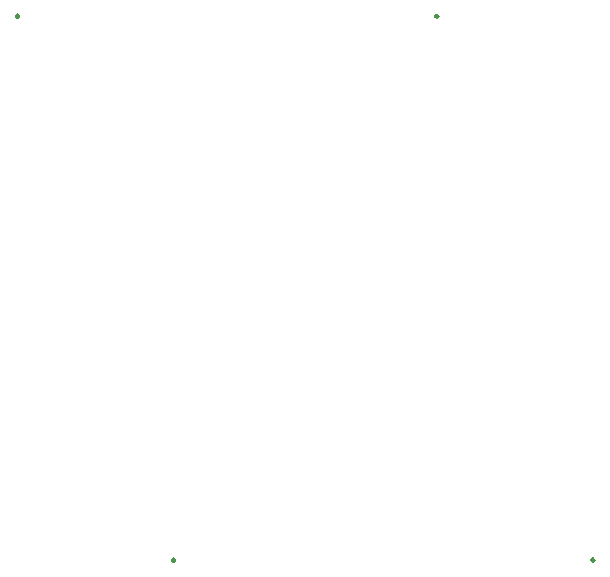
<source format=gbo>
G04 #@! TF.GenerationSoftware,KiCad,Pcbnew,8.0.3-8.0.3-0~ubuntu22.04.1*
G04 #@! TF.CreationDate,2024-07-07T23:08:19+03:00*
G04 #@! TF.ProjectId,riaa-preamp,72696161-2d70-4726-9561-6d702e6b6963,rev?*
G04 #@! TF.SameCoordinates,Original*
G04 #@! TF.FileFunction,Legend,Bot*
G04 #@! TF.FilePolarity,Positive*
%FSLAX46Y46*%
G04 Gerber Fmt 4.6, Leading zero omitted, Abs format (unit mm)*
G04 Created by KiCad (PCBNEW 8.0.3-8.0.3-0~ubuntu22.04.1) date 2024-07-07 23:08:19*
%MOMM*%
%LPD*%
G01*
G04 APERTURE LIST*
G04 Aperture macros list*
%AMRoundRect*
0 Rectangle with rounded corners*
0 $1 Rounding radius*
0 $2 $3 $4 $5 $6 $7 $8 $9 X,Y pos of 4 corners*
0 Add a 4 corners polygon primitive as box body*
4,1,4,$2,$3,$4,$5,$6,$7,$8,$9,$2,$3,0*
0 Add four circle primitives for the rounded corners*
1,1,$1+$1,$2,$3*
1,1,$1+$1,$4,$5*
1,1,$1+$1,$6,$7*
1,1,$1+$1,$8,$9*
0 Add four rect primitives between the rounded corners*
20,1,$1+$1,$2,$3,$4,$5,0*
20,1,$1+$1,$4,$5,$6,$7,0*
20,1,$1+$1,$6,$7,$8,$9,0*
20,1,$1+$1,$8,$9,$2,$3,0*%
G04 Aperture macros list end*
%ADD10C,0.254000*%
%ADD11C,1.981200*%
%ADD12C,2.082800*%
%ADD13C,2.590800*%
%ADD14C,2.794000*%
%ADD15C,0.800000*%
%ADD16C,6.400000*%
%ADD17R,3.500000X3.500000*%
%ADD18RoundRect,0.750000X-0.750000X-1.000000X0.750000X-1.000000X0.750000X1.000000X-0.750000X1.000000X0*%
%ADD19RoundRect,0.875000X-0.875000X-0.875000X0.875000X-0.875000X0.875000X0.875000X-0.875000X0.875000X0*%
%ADD20R,2.000000X2.000000*%
%ADD21C,2.000000*%
%ADD22C,0.900000*%
%ADD23C,8.600000*%
G04 APERTURE END LIST*
D10*
X174047700Y-104809800D02*
G75*
G02*
X173793700Y-104809800I-127000J0D01*
G01*
X173793700Y-104809800D02*
G75*
G02*
X174047700Y-104809800I127000J0D01*
G01*
X187255700Y-150860000D02*
G75*
G02*
X187001700Y-150860000I-127000J0D01*
G01*
X187001700Y-150860000D02*
G75*
G02*
X187255700Y-150860000I127000J0D01*
G01*
X138551200Y-104809800D02*
G75*
G02*
X138297200Y-104809800I-127000J0D01*
G01*
X138297200Y-104809800D02*
G75*
G02*
X138551200Y-104809800I127000J0D01*
G01*
X151759200Y-150860000D02*
G75*
G02*
X151505200Y-150860000I-127000J0D01*
G01*
X151505200Y-150860000D02*
G75*
G02*
X151759200Y-150860000I127000J0D01*
G01*
%LPC*%
D11*
X184271200Y-104809800D03*
X176778200Y-104809800D03*
D12*
X180524700Y-111312200D03*
D13*
X180524700Y-104809800D03*
X180524700Y-114614200D03*
D14*
X175216100Y-112810800D03*
D15*
X186621000Y-128000000D03*
X187323944Y-126302944D03*
X187323944Y-129697056D03*
X189021000Y-125600000D03*
D16*
X189021000Y-128000000D03*
D15*
X189021000Y-130400000D03*
X190718056Y-126302944D03*
X190718056Y-129697056D03*
X191421000Y-128000000D03*
X190100000Y-103500000D03*
X190802944Y-101802944D03*
X190802944Y-105197056D03*
X192500000Y-101100000D03*
D16*
X192500000Y-103500000D03*
D15*
X192500000Y-105900000D03*
X194197056Y-101802944D03*
X194197056Y-105197056D03*
X194900000Y-103500000D03*
D17*
X113950000Y-112760000D03*
D18*
X107950000Y-112760000D03*
D19*
X110950000Y-117460000D03*
D15*
X101100000Y-152500000D03*
X101802944Y-150802944D03*
X101802944Y-154197056D03*
X103500000Y-150100000D03*
D16*
X103500000Y-152500000D03*
D15*
X103500000Y-154900000D03*
X105197056Y-150802944D03*
X105197056Y-154197056D03*
X105900000Y-152500000D03*
D11*
X176778200Y-150860000D03*
X184271200Y-150860000D03*
D12*
X180524700Y-144357600D03*
D13*
X180524700Y-150860000D03*
X180524700Y-141055600D03*
D14*
X185833300Y-142859000D03*
D20*
X119330000Y-109183821D03*
X121330000Y-108511677D03*
D21*
X121330000Y-103511677D03*
X123330000Y-102839533D03*
D15*
X190100000Y-152500000D03*
X190802944Y-150802944D03*
X190802944Y-154197056D03*
X192500000Y-150100000D03*
D16*
X192500000Y-152500000D03*
D15*
X192500000Y-154900000D03*
X194197056Y-150802944D03*
X194197056Y-154197056D03*
X194900000Y-152500000D03*
D11*
X148774700Y-104809800D03*
X141281700Y-104809800D03*
D12*
X145028200Y-111312200D03*
D13*
X145028200Y-104809800D03*
X145028200Y-114614200D03*
D14*
X139719600Y-112810800D03*
D15*
X101100000Y-103500000D03*
X101802944Y-101802944D03*
X101802944Y-105197056D03*
X103500000Y-101100000D03*
D16*
X103500000Y-103500000D03*
D15*
X103500000Y-105900000D03*
X105197056Y-101802944D03*
X105197056Y-105197056D03*
X105900000Y-103500000D03*
D22*
X134742000Y-127953944D03*
X135686581Y-125673525D03*
X135686581Y-130234363D03*
X137967000Y-124728944D03*
D23*
X137967000Y-127953944D03*
D22*
X137967000Y-131178944D03*
X140247419Y-125673525D03*
X140247419Y-130234363D03*
X141192000Y-127953944D03*
D11*
X141281700Y-150860000D03*
X148774700Y-150860000D03*
D12*
X145028200Y-144357600D03*
D13*
X145028200Y-150860000D03*
X145028200Y-141055600D03*
D14*
X150336800Y-142859000D03*
%LPD*%
M02*

</source>
